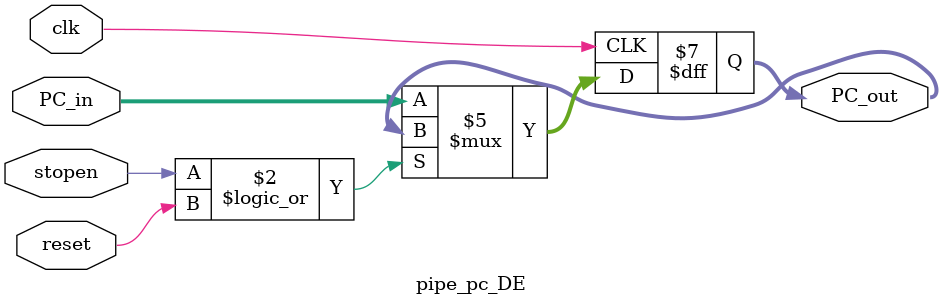
<source format=v>
`timescale 1ns / 1ps
module pipe_pc_DE(
    input clk,
    input reset,
    input stopen,
    input [31:0] PC_in,
    output reg [31:0] PC_out
);
	initial
		begin
			PC_out = 0;
		end
    
    always @(posedge clk)
        begin
            if(stopen || reset )
                begin
                    ;
                end
            else
                begin
                    PC_out<=PC_in;
                end
        end

endmodule
</source>
